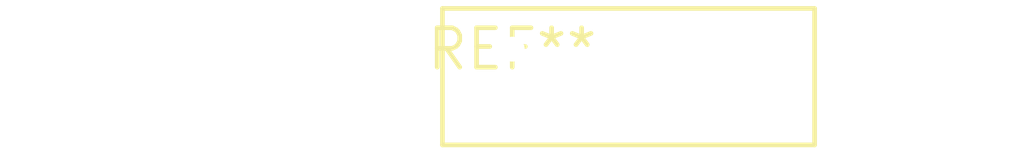
<source format=kicad_pcb>
(kicad_pcb (version 20240108) (generator pcbnew)
  (layers (0 "F.Cu" signal) (31 "B.Cu" signal) (34 "B.Paste" user) (35 "F.Paste" user) (36 "B.SilkS" user "B.Silkscreen") (37 "F.SilkS" user "F.Silkscreen") (38 "B.Mask" user) (39 "F.Mask" user) (44 "Edge.Cuts" user))
  (net 0 "")
  (footprint "RV_Disc_D12mm_W4.4mm_P7.5mm" (layer "F.Cu") (at 0 0)
    (property "Reference" "REF**")
    (property "Value" "RV_Disc_D12mm_W4.4mm_P7.5mm")
    (fp_line (start -2.25 -1.3125) (end -2.25 3.0875) (layer "F.SilkS") (stroke (width 0.15)))
    (fp_line (start -2.25 -1.3125) (end 9.75 -1.3125) (layer "F.SilkS") (stroke (width 0.15)))
    (fp_line (start -2.25 3.0875) (end 9.75 3.0875) (layer "F.SilkS") (stroke (width 0.15)))
    (fp_line (start 9.75 -1.3125) (end 9.75 3.0875) (layer "F.SilkS") (stroke (width 0.15)))
    (pad "1" thru_hole circle (at 0 0) (size 1.8 1.8) (drill 0.8) (layers *.Cu *.Mask) (remove_unused_layers))
    (pad "2" thru_hole circle (at 7.5 1.775) (size 1.8 1.8) (drill 0.8) (layers *.Cu *.Mask) (remove_unused_layers))
  )
)
</source>
